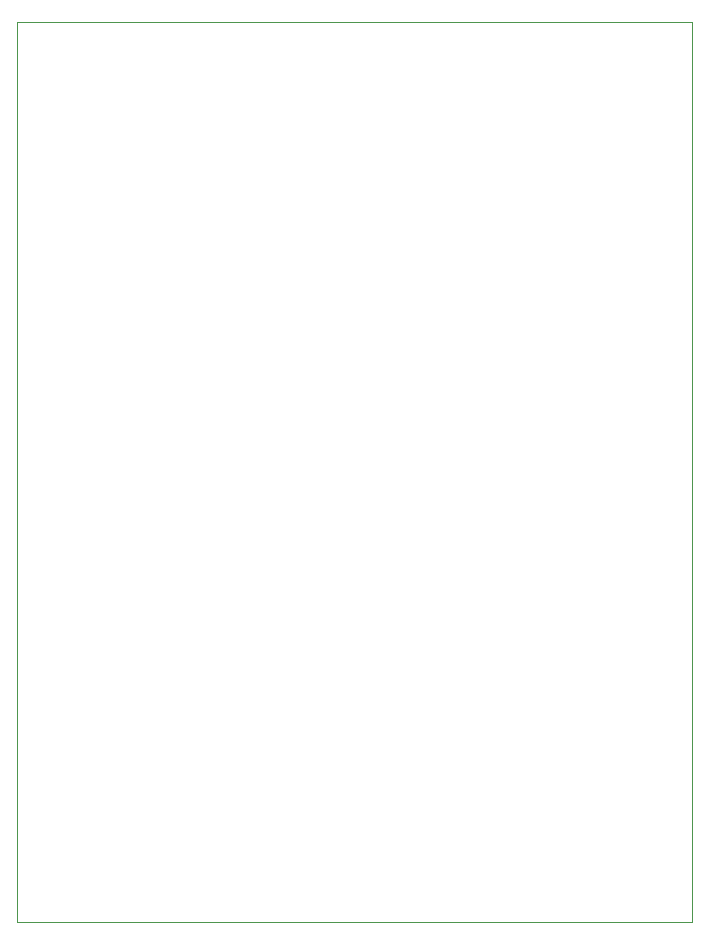
<source format=gbr>
G04 #@! TF.GenerationSoftware,KiCad,Pcbnew,5.1.5-52549c5~84~ubuntu18.04.1*
G04 #@! TF.CreationDate,2020-01-13T13:08:31-08:00*
G04 #@! TF.ProjectId,Extention Boards,45787465-6e74-4696-9f6e-20426f617264,rev?*
G04 #@! TF.SameCoordinates,Original*
G04 #@! TF.FileFunction,Profile,NP*
%FSLAX46Y46*%
G04 Gerber Fmt 4.6, Leading zero omitted, Abs format (unit mm)*
G04 Created by KiCad (PCBNEW 5.1.5-52549c5~84~ubuntu18.04.1) date 2020-01-13 13:08:31*
%MOMM*%
%LPD*%
G04 APERTURE LIST*
%ADD10C,0.050000*%
G04 APERTURE END LIST*
D10*
X50800000Y-101600000D02*
X50800000Y-177800000D01*
X107950000Y-101600000D02*
X50800000Y-101600000D01*
X107950000Y-177800000D02*
X107950000Y-101600000D01*
X50800000Y-177800000D02*
X107950000Y-177800000D01*
M02*

</source>
